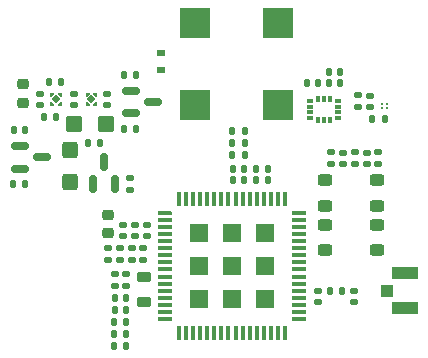
<source format=gbr>
%TF.GenerationSoftware,KiCad,Pcbnew,(6.0.1)*%
%TF.CreationDate,2022-10-07T00:00:46+07:00*%
%TF.ProjectId,rak3172,72616b33-3137-4322-9e6b-696361645f70,rev?*%
%TF.SameCoordinates,Original*%
%TF.FileFunction,Paste,Top*%
%TF.FilePolarity,Positive*%
%FSLAX46Y46*%
G04 Gerber Fmt 4.6, Leading zero omitted, Abs format (unit mm)*
G04 Created by KiCad (PCBNEW (6.0.1)) date 2022-10-07 00:00:46*
%MOMM*%
%LPD*%
G01*
G04 APERTURE LIST*
G04 Aperture macros list*
%AMRoundRect*
0 Rectangle with rounded corners*
0 $1 Rounding radius*
0 $2 $3 $4 $5 $6 $7 $8 $9 X,Y pos of 4 corners*
0 Add a 4 corners polygon primitive as box body*
4,1,4,$2,$3,$4,$5,$6,$7,$8,$9,$2,$3,0*
0 Add four circle primitives for the rounded corners*
1,1,$1+$1,$2,$3*
1,1,$1+$1,$4,$5*
1,1,$1+$1,$6,$7*
1,1,$1+$1,$8,$9*
0 Add four rect primitives between the rounded corners*
20,1,$1+$1,$2,$3,$4,$5,0*
20,1,$1+$1,$4,$5,$6,$7,0*
20,1,$1+$1,$6,$7,$8,$9,0*
20,1,$1+$1,$8,$9,$2,$3,0*%
%AMRotRect*
0 Rectangle, with rotation*
0 The origin of the aperture is its center*
0 $1 length*
0 $2 width*
0 $3 Rotation angle, in degrees counterclockwise*
0 Add horizontal line*
21,1,$1,$2,0,0,$3*%
%AMOutline5P*
0 Free polygon, 5 corners , with rotation*
0 The origin of the aperture is its center*
0 number of corners: always 5*
0 $1 to $10 corner X, Y*
0 $11 Rotation angle, in degrees counterclockwise*
0 create outline with 5 corners*
4,1,5,$1,$2,$3,$4,$5,$6,$7,$8,$9,$10,$1,$2,$11*%
%AMOutline6P*
0 Free polygon, 6 corners , with rotation*
0 The origin of the aperture is its center*
0 number of corners: always 6*
0 $1 to $12 corner X, Y*
0 $13 Rotation angle, in degrees counterclockwise*
0 create outline with 6 corners*
4,1,6,$1,$2,$3,$4,$5,$6,$7,$8,$9,$10,$11,$12,$1,$2,$13*%
%AMOutline7P*
0 Free polygon, 7 corners , with rotation*
0 The origin of the aperture is its center*
0 number of corners: always 7*
0 $1 to $14 corner X, Y*
0 $15 Rotation angle, in degrees counterclockwise*
0 create outline with 7 corners*
4,1,7,$1,$2,$3,$4,$5,$6,$7,$8,$9,$10,$11,$12,$13,$14,$1,$2,$15*%
%AMOutline8P*
0 Free polygon, 8 corners , with rotation*
0 The origin of the aperture is its center*
0 number of corners: always 8*
0 $1 to $16 corner X, Y*
0 $17 Rotation angle, in degrees counterclockwise*
0 create outline with 8 corners*
4,1,8,$1,$2,$3,$4,$5,$6,$7,$8,$9,$10,$11,$12,$13,$14,$15,$16,$1,$2,$17*%
%AMFreePoly0*
4,1,6,0.130000,0.115000,0.130000,-0.115000,-0.130000,-0.115000,-0.130000,0.275000,-0.020000,0.275000,0.130000,0.115000,0.130000,0.115000,$1*%
%AMFreePoly1*
4,1,6,0.130000,-0.115000,-0.130000,-0.115000,-0.130000,0.115000,0.020000,0.275000,0.130000,0.275000,0.130000,-0.115000,0.130000,-0.115000,$1*%
G04 Aperture macros list end*
%ADD10R,0.350000X0.580000*%
%ADD11R,0.580000X0.350000*%
%ADD12RoundRect,0.140000X0.140000X0.170000X-0.140000X0.170000X-0.140000X-0.170000X0.140000X-0.170000X0*%
%ADD13RoundRect,0.140000X0.170000X-0.140000X0.170000X0.140000X-0.170000X0.140000X-0.170000X-0.140000X0*%
%ADD14RoundRect,0.135000X0.135000X0.185000X-0.135000X0.185000X-0.135000X-0.185000X0.135000X-0.185000X0*%
%ADD15Outline5P,-0.585000X0.185000X0.474000X0.185000X0.585000X0.074000X0.585000X-0.185000X-0.585000X-0.185000X0.000000*%
%ADD16R,1.170000X0.370000*%
%ADD17R,0.370000X1.170000*%
%ADD18R,1.600000X1.600000*%
%ADD19R,0.700000X0.600000*%
%ADD20RoundRect,0.135000X0.185000X-0.135000X0.185000X0.135000X-0.185000X0.135000X-0.185000X-0.135000X0*%
%ADD21RoundRect,0.140000X-0.140000X-0.170000X0.140000X-0.170000X0.140000X0.170000X-0.140000X0.170000X0*%
%ADD22RoundRect,0.140000X-0.170000X0.140000X-0.170000X-0.140000X0.170000X-0.140000X0.170000X0.140000X0*%
%ADD23RoundRect,0.135000X-0.135000X-0.185000X0.135000X-0.185000X0.135000X0.185000X-0.135000X0.185000X0*%
%ADD24RoundRect,0.218750X-0.256250X0.218750X-0.256250X-0.218750X0.256250X-0.218750X0.256250X0.218750X0*%
%ADD25RoundRect,0.150000X-0.587500X-0.150000X0.587500X-0.150000X0.587500X0.150000X-0.587500X0.150000X0*%
%ADD26RotRect,0.520000X0.520000X225.000000*%
%ADD27FreePoly0,180.000000*%
%ADD28FreePoly1,180.000000*%
%ADD29FreePoly0,0.000000*%
%ADD30FreePoly1,0.000000*%
%ADD31RoundRect,0.135000X-0.185000X0.135000X-0.185000X-0.135000X0.185000X-0.135000X0.185000X0.135000X0*%
%ADD32C,0.250000*%
%ADD33R,2.500000X2.500000*%
%ADD34RoundRect,0.147500X-0.147500X-0.172500X0.147500X-0.172500X0.147500X0.172500X-0.147500X0.172500X0*%
%ADD35RoundRect,0.250000X-0.425000X0.450000X-0.425000X-0.450000X0.425000X-0.450000X0.425000X0.450000X0*%
%ADD36RotRect,0.520000X0.520000X45.000000*%
%ADD37RoundRect,0.250000X0.450000X0.425000X-0.450000X0.425000X-0.450000X-0.425000X0.450000X-0.425000X0*%
%ADD38RoundRect,0.218750X0.381250X-0.218750X0.381250X0.218750X-0.381250X0.218750X-0.381250X-0.218750X0*%
%ADD39R,2.200000X1.050000*%
%ADD40R,1.050000X1.000000*%
%ADD41RoundRect,0.150000X0.150000X-0.587500X0.150000X0.587500X-0.150000X0.587500X-0.150000X-0.587500X0*%
%ADD42RoundRect,0.237500X0.387500X0.237500X-0.387500X0.237500X-0.387500X-0.237500X0.387500X-0.237500X0*%
G04 APERTURE END LIST*
D10*
%TO.C,U7*%
X207600000Y-95175000D03*
X207100000Y-95175000D03*
X206600000Y-95175000D03*
D11*
X205925000Y-95000000D03*
X205925000Y-94500000D03*
X205925000Y-94000000D03*
X205925000Y-93500000D03*
D10*
X206600000Y-93325000D03*
X207100000Y-93325000D03*
X207600000Y-93325000D03*
D11*
X208275000Y-93500000D03*
X208275000Y-94000000D03*
X208275000Y-94500000D03*
X208275000Y-95000000D03*
%TD*%
D12*
%TO.C,C19*%
X190330000Y-111200000D03*
X189370000Y-111200000D03*
%TD*%
D13*
%TO.C,C4*%
X210700000Y-98880000D03*
X210700000Y-97920000D03*
%TD*%
D14*
%TO.C,R18*%
X191210000Y-95900000D03*
X190190000Y-95900000D03*
%TD*%
D15*
%TO.C,U2*%
X193650000Y-103000000D03*
D16*
X193650000Y-103600000D03*
X193650000Y-104200000D03*
X193650000Y-104800000D03*
X193650000Y-105400000D03*
X193650000Y-106000000D03*
X193650000Y-106600000D03*
X193650000Y-107200000D03*
X193650000Y-107800000D03*
X193650000Y-108400000D03*
X193650000Y-109000000D03*
X193650000Y-109600000D03*
X193650000Y-110200000D03*
X193650000Y-110800000D03*
X193650000Y-111400000D03*
X193650000Y-112000000D03*
D17*
X194800000Y-113150000D03*
X195400000Y-113150000D03*
X196000000Y-113150000D03*
X196600000Y-113150000D03*
X197200000Y-113150000D03*
X197800000Y-113150000D03*
X198400000Y-113150000D03*
X199000000Y-113150000D03*
X199600000Y-113150000D03*
X200200000Y-113150000D03*
X200800000Y-113150000D03*
X201400000Y-113150000D03*
X202000000Y-113150000D03*
X202600000Y-113150000D03*
X203200000Y-113150000D03*
X203800000Y-113150000D03*
D16*
X204950000Y-112000000D03*
X204950000Y-111400000D03*
X204950000Y-110800000D03*
X204950000Y-110200000D03*
X204950000Y-109600000D03*
X204950000Y-109000000D03*
X204950000Y-108400000D03*
X204950000Y-107800000D03*
X204950000Y-107200000D03*
X204950000Y-106600000D03*
X204950000Y-106000000D03*
X204950000Y-105400000D03*
X204950000Y-104800000D03*
X204950000Y-104200000D03*
X204950000Y-103600000D03*
X204950000Y-103000000D03*
D17*
X203800000Y-101850000D03*
X203200000Y-101850000D03*
X202600000Y-101850000D03*
X202000000Y-101850000D03*
X201400000Y-101850000D03*
X200800000Y-101850000D03*
X200200000Y-101850000D03*
X199600000Y-101850000D03*
X199000000Y-101850000D03*
X198400000Y-101850000D03*
X197800000Y-101850000D03*
X197200000Y-101850000D03*
X196600000Y-101850000D03*
X196000000Y-101850000D03*
X195400000Y-101850000D03*
X194800000Y-101850000D03*
D18*
X196500000Y-104700000D03*
X199300000Y-104700000D03*
X202100000Y-104700000D03*
X196500000Y-107500000D03*
X199300000Y-107500000D03*
X202100000Y-107500000D03*
X196500000Y-110300000D03*
X199300000Y-110300000D03*
X202100000Y-110300000D03*
%TD*%
D19*
%TO.C,D3*%
X193300000Y-89500000D03*
X193300000Y-90900000D03*
%TD*%
D20*
%TO.C,R15*%
X210000000Y-94060000D03*
X210000000Y-93040000D03*
%TD*%
D21*
%TO.C,C21*%
X181780000Y-96000000D03*
X180820000Y-96000000D03*
%TD*%
D22*
%TO.C,C13*%
X189350000Y-108220000D03*
X189350000Y-109180000D03*
%TD*%
D21*
%TO.C,C30*%
X205620000Y-92050000D03*
X206580000Y-92050000D03*
%TD*%
D23*
%TO.C,R17*%
X187140000Y-97100000D03*
X188160000Y-97100000D03*
%TD*%
D20*
%TO.C,R6*%
X188800000Y-107010000D03*
X188800000Y-105990000D03*
%TD*%
D22*
%TO.C,C11*%
X190800000Y-106020000D03*
X190800000Y-106980000D03*
%TD*%
D24*
%TO.C,D1*%
X181600000Y-93687500D03*
X181600000Y-92112500D03*
%TD*%
D22*
%TO.C,C7*%
X185900000Y-93880000D03*
X185900000Y-92920000D03*
%TD*%
D25*
%TO.C,U4*%
X183237500Y-98300000D03*
X181362500Y-99250000D03*
X181362500Y-97350000D03*
%TD*%
D26*
%TO.C,U3*%
X187400000Y-93400000D03*
D27*
X187725000Y-92915000D03*
D28*
X187075000Y-92915000D03*
D29*
X187075000Y-93885000D03*
D30*
X187725000Y-93885000D03*
%TD*%
D14*
%TO.C,R19*%
X191200000Y-91300000D03*
X190180000Y-91300000D03*
%TD*%
D31*
%TO.C,R3*%
X189800000Y-105990000D03*
X189800000Y-107010000D03*
%TD*%
D14*
%TO.C,R8*%
X190360000Y-112250000D03*
X189340000Y-112250000D03*
%TD*%
D21*
%TO.C,C22*%
X202330000Y-99250000D03*
X201370000Y-99250000D03*
%TD*%
D23*
%TO.C,R9*%
X189340000Y-114250000D03*
X190360000Y-114250000D03*
%TD*%
%TO.C,R14*%
X199340000Y-97100000D03*
X200360000Y-97100000D03*
%TD*%
%TO.C,R12*%
X199340000Y-98100000D03*
X200360000Y-98100000D03*
%TD*%
D32*
%TO.C,U5*%
X212000000Y-93750000D03*
X212400000Y-93750000D03*
X212000000Y-94150000D03*
X212400000Y-94150000D03*
%TD*%
D33*
%TO.C,BZ1*%
X196200000Y-86900000D03*
X196200000Y-93900000D03*
X203200000Y-93900000D03*
X203200000Y-86900000D03*
%TD*%
D22*
%TO.C,C14*%
X190100000Y-104020000D03*
X190100000Y-104980000D03*
%TD*%
D34*
%TO.C,L1*%
X207615000Y-109600000D03*
X208585000Y-109600000D03*
%TD*%
D35*
%TO.C,C32*%
X185600000Y-97650000D03*
X185600000Y-100350000D03*
%TD*%
D31*
%TO.C,R1*%
X211700000Y-97890000D03*
X211700000Y-98910000D03*
%TD*%
D13*
%TO.C,C12*%
X188700000Y-93880000D03*
X188700000Y-92920000D03*
%TD*%
D31*
%TO.C,R4*%
X207700000Y-97890000D03*
X207700000Y-98910000D03*
%TD*%
D12*
%TO.C,C33*%
X208480000Y-91050000D03*
X207520000Y-91050000D03*
%TD*%
D23*
%TO.C,R7*%
X181810000Y-100600000D03*
X180790000Y-100600000D03*
%TD*%
D36*
%TO.C,U1*%
X184400000Y-93400000D03*
D29*
X184075000Y-93885000D03*
D30*
X184725000Y-93885000D03*
D27*
X184725000Y-92915000D03*
D28*
X184075000Y-92915000D03*
%TD*%
D37*
%TO.C,C17*%
X185950000Y-95500000D03*
X188650000Y-95500000D03*
%TD*%
D38*
%TO.C,L2*%
X191850000Y-110562500D03*
X191850000Y-108437500D03*
%TD*%
D23*
%TO.C,R10*%
X189340000Y-113250000D03*
X190360000Y-113250000D03*
%TD*%
D12*
%TO.C,C24*%
X199390000Y-100250000D03*
X200350000Y-100250000D03*
%TD*%
D23*
%TO.C,R13*%
X199340000Y-96100000D03*
X200360000Y-96100000D03*
%TD*%
D14*
%TO.C,R5*%
X184410000Y-94900000D03*
X183390000Y-94900000D03*
%TD*%
D13*
%TO.C,C6*%
X208700000Y-98880000D03*
X208700000Y-97920000D03*
%TD*%
D25*
%TO.C,Q2*%
X190762500Y-92650000D03*
X190762500Y-94550000D03*
X192637500Y-93600000D03*
%TD*%
D13*
%TO.C,C26*%
X211000000Y-94030000D03*
X211000000Y-93070000D03*
%TD*%
D22*
%TO.C,C10*%
X191100000Y-104020000D03*
X191100000Y-104980000D03*
%TD*%
%TO.C,C2*%
X206600000Y-109620000D03*
X206600000Y-110580000D03*
%TD*%
D12*
%TO.C,C31*%
X208480000Y-92050000D03*
X207520000Y-92050000D03*
%TD*%
D39*
%TO.C,ANT2*%
X213975000Y-108125000D03*
X213975000Y-111075000D03*
D40*
X212450000Y-109600000D03*
%TD*%
D22*
%TO.C,C9*%
X191800000Y-106020000D03*
X191800000Y-106980000D03*
%TD*%
D12*
%TO.C,C23*%
X200330000Y-99250000D03*
X199370000Y-99250000D03*
%TD*%
D41*
%TO.C,Q1*%
X187500000Y-100537500D03*
X189400000Y-100537500D03*
X188450000Y-98662500D03*
%TD*%
D24*
%TO.C,D2*%
X188800000Y-103162500D03*
X188800000Y-104737500D03*
%TD*%
D21*
%TO.C,C3*%
X183820000Y-91900000D03*
X184780000Y-91900000D03*
%TD*%
D22*
%TO.C,C8*%
X192100000Y-104020000D03*
X192100000Y-104980000D03*
%TD*%
D42*
%TO.C,SW2*%
X211535232Y-106175000D03*
X207185232Y-106175000D03*
X211535232Y-104025000D03*
X207185232Y-104025000D03*
%TD*%
D21*
%TO.C,C20*%
X201370000Y-100250000D03*
X202330000Y-100250000D03*
%TD*%
D22*
%TO.C,C1*%
X209600000Y-109620000D03*
X209600000Y-110580000D03*
%TD*%
D31*
%TO.C,R16*%
X190700000Y-100090000D03*
X190700000Y-101110000D03*
%TD*%
D20*
%TO.C,R2*%
X209700000Y-98910000D03*
X209700000Y-97890000D03*
%TD*%
D42*
%TO.C,SW1*%
X211535232Y-102400000D03*
X207185232Y-102400000D03*
X211535232Y-100250000D03*
X207185232Y-100250000D03*
%TD*%
D22*
%TO.C,C5*%
X183000000Y-93880000D03*
X183000000Y-92920000D03*
%TD*%
%TO.C,C16*%
X190350000Y-108220000D03*
X190350000Y-109180000D03*
%TD*%
D23*
%TO.C,R11*%
X211190000Y-95050000D03*
X212210000Y-95050000D03*
%TD*%
D12*
%TO.C,C18*%
X190330000Y-110200000D03*
X189370000Y-110200000D03*
%TD*%
M02*

</source>
